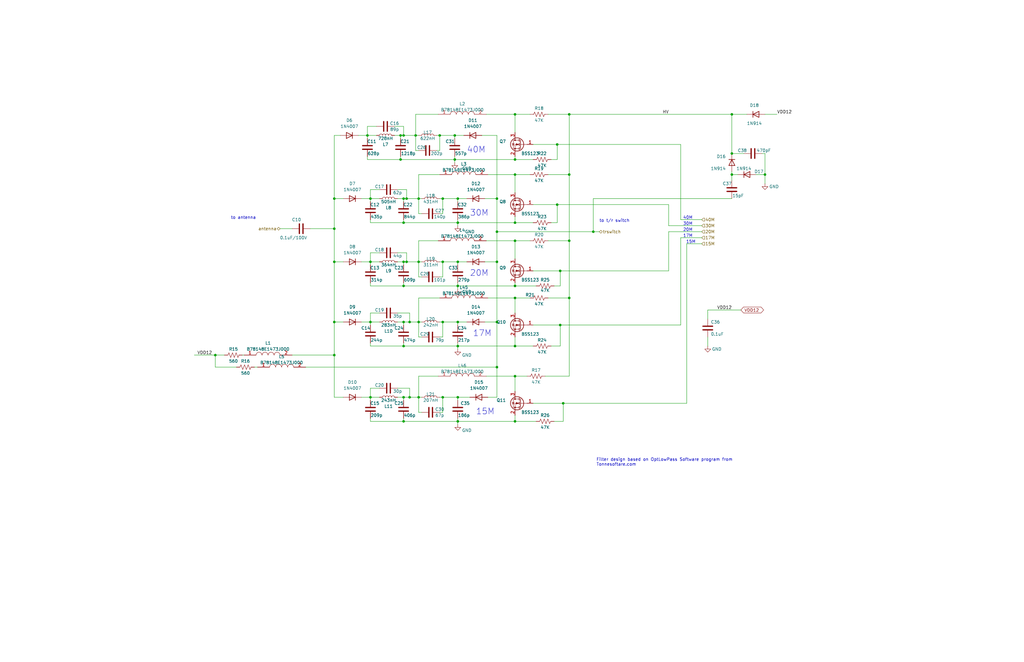
<source format=kicad_sch>
(kicad_sch (version 20230121) (generator eeschema)
  (paper "B")
  (junction (at 217.17 177.8))
  (junction (at 156.21 83.82))
  (junction (at 170.18 135.89))
  (junction (at 217.17 146.05))
  (junction (at 217.17 48.26))
  (junction (at 168.91 57.15))
  (junction (at 186.69 135.89))
  (junction (at 234.95 60.96))
  (junction (at 140.97 83.82))
  (junction (at 156.21 167.64))
  (junction (at 240.03 48.26))
  (junction (at 240.03 125.73))
  (junction (at 322.58 73.66))
  (junction (at 172.72 167.64))
  (junction (at 240.03 73.66))
  (junction (at 193.04 135.89))
  (junction (at 170.18 110.49))
  (junction (at 176.53 83.82))
  (junction (at 237.49 170.18))
  (junction (at 209.55 97.79))
  (junction (at 217.17 101.6))
  (junction (at 236.22 137.16))
  (junction (at 170.18 177.8))
  (junction (at 170.18 93.98))
  (junction (at 193.04 177.8))
  (junction (at 217.17 120.65))
  (junction (at 186.69 83.82))
  (junction (at 140.97 135.89))
  (junction (at 170.18 120.65))
  (junction (at 191.77 57.15))
  (junction (at 156.21 110.49))
  (junction (at 171.45 110.49))
  (junction (at 170.18 146.05))
  (junction (at 209.55 110.49))
  (junction (at 140.97 149.86))
  (junction (at 217.17 67.31))
  (junction (at 217.17 93.98))
  (junction (at 217.17 73.66))
  (junction (at 236.22 114.3))
  (junction (at 193.04 120.65))
  (junction (at 193.04 83.82))
  (junction (at 170.18 57.15))
  (junction (at 209.55 135.89))
  (junction (at 90.805 149.86))
  (junction (at 193.04 110.49))
  (junction (at 140.97 96.52))
  (junction (at 209.55 154.94))
  (junction (at 193.04 93.98))
  (junction (at 186.69 110.49))
  (junction (at 193.04 146.05))
  (junction (at 172.72 135.89))
  (junction (at 154.94 57.15))
  (junction (at 175.26 57.15))
  (junction (at 185.42 57.15))
  (junction (at 171.45 83.82))
  (junction (at 168.91 67.31))
  (junction (at 193.04 167.64))
  (junction (at 156.21 135.89))
  (junction (at 308.61 48.26))
  (junction (at 176.53 110.49))
  (junction (at 217.17 125.73))
  (junction (at 170.18 83.82))
  (junction (at 186.69 167.64))
  (junction (at 234.95 86.36))
  (junction (at 140.97 110.49))
  (junction (at 250.19 97.79))
  (junction (at 176.53 167.64))
  (junction (at 191.77 67.31))
  (junction (at 176.53 135.89))
  (junction (at 308.61 73.66))
  (junction (at 240.03 101.6))
  (junction (at 170.18 167.64))
  (junction (at 209.55 83.82))
  (junction (at 308.61 64.77))
  (junction (at 217.17 158.75))
  (wire (pts (xy 193.04 167.64) (xy 193.04 168.91)))
  (wire (pts (xy 118.11 96.52) (xy 123.19 96.52)))
  (wire (pts (xy 250.19 97.79) (xy 252.73 97.79)))
  (wire (pts (xy 191.77 57.15) (xy 195.58 57.15)))
  (wire (pts (xy 217.17 125.73) (xy 217.17 132.08)))
  (wire (pts (xy 185.42 116.84) (xy 186.69 116.84)))
  (wire (pts (xy 234.95 67.31) (xy 234.95 60.96)))
  (wire (pts (xy 140.97 167.64) (xy 144.78 167.64)))
  (wire (pts (xy 204.47 135.89) (xy 209.55 135.89)))
  (wire (pts (xy 298.45 142.24) (xy 298.45 146.05)))
  (wire (pts (xy 193.04 144.78) (xy 193.04 146.05)))
  (wire (pts (xy 170.18 120.65) (xy 193.04 120.65)))
  (wire (pts (xy 130.81 96.52) (xy 140.97 96.52)))
  (wire (pts (xy 154.94 57.15) (xy 154.94 58.42)))
  (wire (pts (xy 143.51 57.15) (xy 140.97 57.15)))
  (wire (pts (xy 160.02 110.49) (xy 156.21 110.49)))
  (wire (pts (xy 94.615 149.86) (xy 90.805 149.86)))
  (wire (pts (xy 170.18 135.89) (xy 167.64 135.89)))
  (wire (pts (xy 322.58 48.26) (xy 327.66 48.26)))
  (wire (pts (xy 232.41 146.05) (xy 236.22 146.05)))
  (wire (pts (xy 156.21 146.05) (xy 156.21 144.78)))
  (wire (pts (xy 186.69 135.89) (xy 185.42 135.89)))
  (wire (pts (xy 176.53 73.66) (xy 176.53 83.82)))
  (wire (pts (xy 250.19 83.82) (xy 250.19 97.79)))
  (wire (pts (xy 175.26 63.5) (xy 175.26 57.15)))
  (wire (pts (xy 177.8 83.82) (xy 176.53 83.82)))
  (wire (pts (xy 217.17 120.65) (xy 193.04 120.65)))
  (wire (pts (xy 176.53 57.15) (xy 175.26 57.15)))
  (wire (pts (xy 154.94 67.31) (xy 154.94 66.04)))
  (wire (pts (xy 209.55 97.79) (xy 250.19 97.79)))
  (wire (pts (xy 308.61 73.66) (xy 308.61 76.2)))
  (wire (pts (xy 156.21 106.68) (xy 156.21 110.49)))
  (wire (pts (xy 81.915 149.86) (xy 90.805 149.86)))
  (wire (pts (xy 170.18 167.64) (xy 167.64 167.64)))
  (wire (pts (xy 171.45 80.01) (xy 171.45 83.82)))
  (wire (pts (xy 209.55 97.79) (xy 209.55 110.49)))
  (wire (pts (xy 233.68 177.8) (xy 237.49 177.8)))
  (wire (pts (xy 154.94 53.34) (xy 158.75 53.34)))
  (wire (pts (xy 217.17 177.8) (xy 193.04 177.8)))
  (wire (pts (xy 217.17 93.98) (xy 193.04 93.98)))
  (wire (pts (xy 170.18 135.89) (xy 170.18 137.16)))
  (wire (pts (xy 209.55 154.94) (xy 209.55 167.64)))
  (wire (pts (xy 209.55 167.64) (xy 205.74 167.64)))
  (wire (pts (xy 176.53 142.24) (xy 176.53 135.89)))
  (wire (pts (xy 176.53 173.99) (xy 176.53 167.64)))
  (wire (pts (xy 236.22 137.16) (xy 224.79 137.16)))
  (wire (pts (xy 170.18 57.15) (xy 168.91 57.15)))
  (wire (pts (xy 322.58 73.66) (xy 322.58 77.47)))
  (wire (pts (xy 298.45 130.81) (xy 312.42 130.81)))
  (wire (pts (xy 175.26 48.26) (xy 175.26 57.15)))
  (wire (pts (xy 193.04 135.89) (xy 196.85 135.89)))
  (wire (pts (xy 240.03 48.26) (xy 240.03 73.66)))
  (wire (pts (xy 185.42 63.5) (xy 185.42 57.15)))
  (wire (pts (xy 140.97 83.82) (xy 140.97 96.52)))
  (wire (pts (xy 314.96 48.26) (xy 308.61 48.26)))
  (wire (pts (xy 170.18 176.53) (xy 170.18 177.8)))
  (wire (pts (xy 156.21 177.8) (xy 156.21 176.53)))
  (wire (pts (xy 193.04 119.38) (xy 193.04 120.65)))
  (wire (pts (xy 185.42 142.24) (xy 186.69 142.24)))
  (wire (pts (xy 177.8 135.89) (xy 176.53 135.89)))
  (wire (pts (xy 156.21 93.98) (xy 156.21 92.71)))
  (wire (pts (xy 160.02 135.89) (xy 156.21 135.89)))
  (wire (pts (xy 308.61 72.39) (xy 308.61 73.66)))
  (wire (pts (xy 240.03 73.66) (xy 240.03 101.6)))
  (wire (pts (xy 231.14 73.66) (xy 240.03 73.66)))
  (wire (pts (xy 186.69 110.49) (xy 185.42 110.49)))
  (wire (pts (xy 156.21 80.01) (xy 156.21 83.82)))
  (wire (pts (xy 176.53 125.73) (xy 176.53 135.89)))
  (wire (pts (xy 234.95 86.36) (xy 224.79 86.36)))
  (wire (pts (xy 167.64 132.08) (xy 172.72 132.08)))
  (wire (pts (xy 176.53 73.66) (xy 185.42 73.66)))
  (wire (pts (xy 170.18 92.71) (xy 170.18 93.98)))
  (wire (pts (xy 140.97 149.86) (xy 140.97 167.64)))
  (wire (pts (xy 231.14 101.6) (xy 240.03 101.6)))
  (wire (pts (xy 156.21 163.83) (xy 156.21 167.64)))
  (wire (pts (xy 160.02 167.64) (xy 156.21 167.64)))
  (wire (pts (xy 205.105 158.75) (xy 217.17 158.75)))
  (wire (pts (xy 209.55 110.49) (xy 209.55 135.89)))
  (wire (pts (xy 102.235 149.86) (xy 102.87 149.86)))
  (wire (pts (xy 193.04 176.53) (xy 193.04 177.8)))
  (wire (pts (xy 318.77 73.66) (xy 322.58 73.66)))
  (wire (pts (xy 193.04 83.82) (xy 186.69 83.82)))
  (wire (pts (xy 176.53 167.64) (xy 172.72 167.64)))
  (wire (pts (xy 177.8 116.84) (xy 176.53 116.84)))
  (wire (pts (xy 217.17 73.66) (xy 217.17 81.28)))
  (wire (pts (xy 140.97 96.52) (xy 140.97 110.49)))
  (wire (pts (xy 217.17 66.04) (xy 217.17 67.31)))
  (wire (pts (xy 128.905 154.94) (xy 209.55 154.94)))
  (wire (pts (xy 168.91 57.15) (xy 166.37 57.15)))
  (wire (pts (xy 193.04 83.82) (xy 193.04 85.09)))
  (wire (pts (xy 231.14 48.26) (xy 240.03 48.26)))
  (wire (pts (xy 217.17 158.75) (xy 217.17 165.1)))
  (wire (pts (xy 322.58 64.77) (xy 322.58 73.66)))
  (wire (pts (xy 177.8 173.99) (xy 176.53 173.99)))
  (wire (pts (xy 167.64 80.01) (xy 171.45 80.01)))
  (wire (pts (xy 191.77 57.15) (xy 185.42 57.15)))
  (wire (pts (xy 171.45 83.82) (xy 170.18 83.82)))
  (wire (pts (xy 236.22 120.65) (xy 236.22 114.3)))
  (wire (pts (xy 170.18 146.05) (xy 156.21 146.05)))
  (wire (pts (xy 168.91 57.15) (xy 168.91 58.42)))
  (wire (pts (xy 90.805 154.94) (xy 99.695 154.94)))
  (wire (pts (xy 156.21 167.64) (xy 156.21 168.91)))
  (wire (pts (xy 217.17 146.05) (xy 224.79 146.05)))
  (wire (pts (xy 209.55 83.82) (xy 209.55 97.79)))
  (wire (pts (xy 176.53 63.5) (xy 175.26 63.5)))
  (wire (pts (xy 170.18 93.98) (xy 193.04 93.98)))
  (wire (pts (xy 191.77 66.04) (xy 191.77 67.31)))
  (wire (pts (xy 151.13 57.15) (xy 154.94 57.15)))
  (wire (pts (xy 281.94 86.36) (xy 234.95 86.36)))
  (wire (pts (xy 185.42 173.99) (xy 186.69 173.99)))
  (wire (pts (xy 281.94 95.25) (xy 281.94 86.36)))
  (wire (pts (xy 233.68 120.65) (xy 236.22 120.65)))
  (wire (pts (xy 168.91 66.04) (xy 168.91 67.31)))
  (wire (pts (xy 240.03 125.73) (xy 240.03 158.75)))
  (wire (pts (xy 281.94 97.79) (xy 281.94 114.3)))
  (wire (pts (xy 217.17 125.73) (xy 223.52 125.73)))
  (wire (pts (xy 234.95 93.98) (xy 234.95 86.36)))
  (wire (pts (xy 172.72 135.89) (xy 170.18 135.89)))
  (wire (pts (xy 311.15 73.66) (xy 308.61 73.66)))
  (wire (pts (xy 186.69 142.24) (xy 186.69 135.89)))
  (wire (pts (xy 193.04 110.49) (xy 186.69 110.49)))
  (wire (pts (xy 140.97 83.82) (xy 144.78 83.82)))
  (wire (pts (xy 176.53 83.82) (xy 171.45 83.82)))
  (wire (pts (xy 170.18 167.64) (xy 170.18 168.91)))
  (wire (pts (xy 217.17 101.6) (xy 223.52 101.6)))
  (wire (pts (xy 168.91 67.31) (xy 154.94 67.31)))
  (wire (pts (xy 289.56 170.18) (xy 237.49 170.18)))
  (wire (pts (xy 193.04 110.49) (xy 196.85 110.49)))
  (wire (pts (xy 287.02 92.71) (xy 287.02 60.96)))
  (wire (pts (xy 209.55 57.15) (xy 209.55 83.82)))
  (wire (pts (xy 193.04 167.64) (xy 186.69 167.64)))
  (wire (pts (xy 184.15 63.5) (xy 185.42 63.5)))
  (wire (pts (xy 217.17 175.26) (xy 217.17 177.8)))
  (wire (pts (xy 170.18 110.49) (xy 170.18 111.76)))
  (wire (pts (xy 152.4 167.64) (xy 156.21 167.64)))
  (wire (pts (xy 287.02 100.33) (xy 287.02 137.16)))
  (wire (pts (xy 185.42 90.17) (xy 186.69 90.17)))
  (wire (pts (xy 176.53 101.6) (xy 176.53 110.49)))
  (wire (pts (xy 204.47 83.82) (xy 209.55 83.82)))
  (wire (pts (xy 170.18 93.98) (xy 156.21 93.98)))
  (wire (pts (xy 240.03 158.75) (xy 229.87 158.75)))
  (wire (pts (xy 156.21 163.83) (xy 160.02 163.83)))
  (wire (pts (xy 156.21 110.49) (xy 156.21 111.76)))
  (wire (pts (xy 308.61 64.77) (xy 313.69 64.77)))
  (wire (pts (xy 193.04 135.89) (xy 186.69 135.89)))
  (wire (pts (xy 140.97 57.15) (xy 140.97 83.82)))
  (wire (pts (xy 287.02 60.96) (xy 234.95 60.96)))
  (wire (pts (xy 295.91 100.33) (xy 287.02 100.33)))
  (wire (pts (xy 156.21 120.65) (xy 156.21 119.38)))
  (wire (pts (xy 186.69 173.99) (xy 186.69 167.64)))
  (wire (pts (xy 295.91 95.25) (xy 281.94 95.25)))
  (wire (pts (xy 123.19 149.86) (xy 140.97 149.86)))
  (wire (pts (xy 203.2 57.15) (xy 209.55 57.15)))
  (wire (pts (xy 152.4 110.49) (xy 156.21 110.49)))
  (wire (pts (xy 295.91 102.87) (xy 289.56 102.87)))
  (wire (pts (xy 152.4 135.89) (xy 156.21 135.89)))
  (wire (pts (xy 217.17 146.05) (xy 193.04 146.05)))
  (wire (pts (xy 158.75 57.15) (xy 154.94 57.15)))
  (wire (pts (xy 193.04 177.8) (xy 193.04 179.07)))
  (wire (pts (xy 191.77 57.15) (xy 191.77 58.42)))
  (wire (pts (xy 217.17 120.65) (xy 226.06 120.65)))
  (wire (pts (xy 140.97 135.89) (xy 140.97 149.86)))
  (wire (pts (xy 156.21 132.08) (xy 160.02 132.08)))
  (wire (pts (xy 184.785 48.26) (xy 175.26 48.26)))
  (wire (pts (xy 193.04 92.71) (xy 193.04 93.98)))
  (wire (pts (xy 308.61 48.26) (xy 308.61 64.77)))
  (wire (pts (xy 170.18 83.82) (xy 167.64 83.82)))
  (wire (pts (xy 185.42 57.15) (xy 184.15 57.15)))
  (wire (pts (xy 186.69 83.82) (xy 185.42 83.82)))
  (wire (pts (xy 205.74 125.73) (xy 217.17 125.73)))
  (wire (pts (xy 240.03 101.6) (xy 240.03 125.73)))
  (wire (pts (xy 217.17 48.26) (xy 223.52 48.26)))
  (wire (pts (xy 171.45 110.49) (xy 170.18 110.49)))
  (wire (pts (xy 193.04 135.89) (xy 193.04 137.16)))
  (wire (pts (xy 170.18 146.05) (xy 193.04 146.05)))
  (wire (pts (xy 167.64 106.68) (xy 171.45 106.68)))
  (wire (pts (xy 177.8 142.24) (xy 176.53 142.24)))
  (wire (pts (xy 160.02 83.82) (xy 156.21 83.82)))
  (wire (pts (xy 205.105 101.6) (xy 217.17 101.6)))
  (wire (pts (xy 217.17 73.66) (xy 223.52 73.66)))
  (wire (pts (xy 281.94 114.3) (xy 236.22 114.3)))
  (wire (pts (xy 240.03 48.26) (xy 308.61 48.26)))
  (wire (pts (xy 170.18 119.38) (xy 170.18 120.65)))
  (wire (pts (xy 186.69 167.64) (xy 185.42 167.64)))
  (wire (pts (xy 177.8 167.64) (xy 176.53 167.64)))
  (wire (pts (xy 172.72 132.08) (xy 172.72 135.89)))
  (wire (pts (xy 167.64 163.83) (xy 172.72 163.83)))
  (wire (pts (xy 172.72 163.83) (xy 172.72 167.64)))
  (wire (pts (xy 193.04 167.64) (xy 198.12 167.64)))
  (wire (pts (xy 176.53 116.84) (xy 176.53 110.49)))
  (wire (pts (xy 170.18 120.65) (xy 156.21 120.65)))
  (wire (pts (xy 321.31 64.77) (xy 322.58 64.77)))
  (wire (pts (xy 170.18 144.78) (xy 170.18 146.05)))
  (wire (pts (xy 193.04 146.05) (xy 193.04 147.32)))
  (wire (pts (xy 177.8 90.17) (xy 176.53 90.17)))
  (wire (pts (xy 171.45 106.68) (xy 171.45 110.49)))
  (wire (pts (xy 237.49 170.18) (xy 224.79 170.18)))
  (wire (pts (xy 176.53 101.6) (xy 184.785 101.6)))
  (wire (pts (xy 217.17 119.38) (xy 217.17 120.65)))
  (wire (pts (xy 156.21 106.68) (xy 160.02 106.68)))
  (wire (pts (xy 237.49 177.8) (xy 237.49 170.18)))
  (wire (pts (xy 170.18 110.49) (xy 167.64 110.49)))
  (wire (pts (xy 186.69 116.84) (xy 186.69 110.49)))
  (wire (pts (xy 217.17 67.31) (xy 224.79 67.31)))
  (wire (pts (xy 295.91 92.71) (xy 287.02 92.71)))
  (wire (pts (xy 170.18 53.34) (xy 170.18 57.15)))
  (wire (pts (xy 209.55 135.89) (xy 209.55 154.94)))
  (wire (pts (xy 140.97 135.89) (xy 144.78 135.89)))
  (wire (pts (xy 193.04 83.82) (xy 196.85 83.82)))
  (wire (pts (xy 289.56 102.87) (xy 289.56 170.18)))
  (wire (pts (xy 217.17 91.44) (xy 217.17 93.98)))
  (wire (pts (xy 232.41 93.98) (xy 234.95 93.98)))
  (wire (pts (xy 193.04 110.49) (xy 193.04 111.76)))
  (wire (pts (xy 140.97 110.49) (xy 140.97 135.89)))
  (wire (pts (xy 298.45 130.81) (xy 298.45 134.62)))
  (wire (pts (xy 186.69 90.17) (xy 186.69 83.82)))
  (wire (pts (xy 193.04 93.98) (xy 193.04 95.25)))
  (wire (pts (xy 287.02 137.16) (xy 236.22 137.16)))
  (wire (pts (xy 217.17 142.24) (xy 217.17 146.05)))
  (wire (pts (xy 156.21 83.82) (xy 156.21 85.09)))
  (wire (pts (xy 217.17 177.8) (xy 226.06 177.8)))
  (wire (pts (xy 217.17 67.31) (xy 191.77 67.31)))
  (wire (pts (xy 232.41 67.31) (xy 234.95 67.31)))
  (wire (pts (xy 176.53 125.73) (xy 185.42 125.73)))
  (wire (pts (xy 170.18 83.82) (xy 170.18 85.09)))
  (wire (pts (xy 176.53 110.49) (xy 171.45 110.49)))
  (wire (pts (xy 170.18 177.8) (xy 193.04 177.8)))
  (wire (pts (xy 170.18 177.8) (xy 156.21 177.8)))
  (wire (pts (xy 177.8 110.49) (xy 176.53 110.49)))
  (wire (pts (xy 295.91 97.79) (xy 281.94 97.79)))
  (wire (pts (xy 172.72 167.64) (xy 170.18 167.64)))
  (wire (pts (xy 176.53 90.17) (xy 176.53 83.82)))
  (wire (pts (xy 156.21 135.89) (xy 156.21 137.16)))
  (wire (pts (xy 193.04 120.65) (xy 193.04 121.92)))
  (wire (pts (xy 191.77 67.31) (xy 191.77 68.58)))
  (wire (pts (xy 217.17 101.6) (xy 217.17 109.22)))
  (wire (pts (xy 154.94 53.34) (xy 154.94 57.15)))
  (wire (pts (xy 205.74 73.66) (xy 217.17 73.66)))
  (wire (pts (xy 176.53 135.89) (xy 172.72 135.89)))
  (wire (pts (xy 236.22 114.3) (xy 224.79 114.3)))
  (wire (pts (xy 152.4 83.82) (xy 156.21 83.82)))
  (wire (pts (xy 175.26 57.15) (xy 170.18 57.15)))
  (wire (pts (xy 168.91 67.31) (xy 191.77 67.31)))
  (wire (pts (xy 90.805 149.86) (xy 90.805 154.94)))
  (wire (pts (xy 217.17 93.98) (xy 224.79 93.98)))
  (wire (pts (xy 176.53 158.75) (xy 184.785 158.75)))
  (wire (pts (xy 176.53 158.75) (xy 176.53 167.64)))
  (wire (pts (xy 236.22 146.05) (xy 236.22 137.16)))
  (wire (pts (xy 234.95 60.96) (xy 224.79 60.96)))
  (wire (pts (xy 156.21 132.08) (xy 156.21 135.89)))
  (wire (pts (xy 308.61 83.82) (xy 250.19 83.82)))
  (wire (pts (xy 217.17 55.88) (xy 217.17 48.26)))
  (wire (pts (xy 231.14 125.73) (xy 240.03 125.73)))
  (wire (pts (xy 156.21 80.01) (xy 160.02 80.01)))
  (wire (pts (xy 217.17 48.26) (xy 205.105 48.26)))
  (wire (pts (xy 166.37 53.34) (xy 170.18 53.34)))
  (wire (pts (xy 107.315 154.94) (xy 108.585 154.94)))
  (wire (pts (xy 204.47 110.49) (xy 209.55 110.49)))
  (wire (pts (xy 140.97 110.49) (xy 144.78 110.49)))
  (wire (pts (xy 217.17 158.75) (xy 222.25 158.75)))
  (text "15M" (at 293.37 102.87 0) (effects (font (size 1.27 1.27)) (justify right bottom)))
  (text "20M" (at 198.12 116.84 0) (effects (font (size 2.54 2.54)) (justify left bottom)))
  (text "15M" (at 200.66 175.26 0) (effects (font (size 2.54 2.54)) (justify left bottom)))
  (text "to t/r switch" (at 252.73 93.98 0) (effects (font (size 1.27 1.27)) (justify left bottom)))
  (text "to antenna" (at 107.95 92.71 0) (effects (font (size 1.27 1.27)) (justify right bottom)))
  (text "40M" (at 292.1 92.71 0) (effects (font (size 1.27 1.27)) (justify right bottom)))
  (text "17M" (at 199.39 142.24 0) (effects (font (size 2.54 2.54)) (justify left bottom)))
  (text "20M" (at 292.1 97.79 0) (effects (font (size 1.27 1.27)) (justify right bottom)))
  (text "30M" (at 198.12 91.44 0) (effects (font (size 2.54 2.54)) (justify left bottom)))
  (text "17M" (at 292.1 100.33 0) (effects (font (size 1.27 1.27)) (justify right bottom)))
  (text "40M" (at 196.85 64.77 0) (effects (font (size 2.54 2.54)) (justify left bottom)))
  (text "30M" (at 292.1 95.25 0) (effects (font (size 1.27 1.27)) (justify right bottom)))
  (text "Filter design based on OptLowPass Software program from\nTonnesoftare.com" (at 251.46 196.85 0) (effects (font (size 1.27 1.27)) (justify left bottom)))
  (label "VDD12" (at 327.66 48.26 0))
  (label "VDD12" (at 83.185 149.86 0))
  (label "VDD12" (at 308.61 130.81 180))
  (label "HV" (at 279.4 48.26 0))
  (global_label "VDD12" (shape bidirectional) (at 312.42 130.81 0) (property "Intersheetrefs" "${INTERSHEET_REFS}" (at 322.5641 130.81 0) (effects (justify left))))
  (hierarchical_label "40M" (shape input) (at 295.91 92.71 0))
  (hierarchical_label "17M" (shape input) (at 295.91 100.33 0))
  (hierarchical_label "20M" (shape input) (at 295.91 97.79 0))
  (hierarchical_label "30M" (shape input) (at 295.91 95.25 0))
  (hierarchical_label "trswitch" (shape bidirectional) (at 252.73 97.79 0))
  (hierarchical_label "15M" (shape input) (at 295.91 102.87 0))
  (hierarchical_label "antenna" (shape bidirectional) (at 118.11 96.52 180))
  (symbol (lib_id "Diode:1N4007") (at 148.59 135.89 180) (unit 1)
    (property "Reference" "D9" (at 148.59 129.54 0))
    (property "Value" "1N4007" (at 148.59 132.08 0))
    (property "Footprint" "Diode_THT:D_DO-41_SOD81_P10.16mm_Horizontal" (effects hide))
    (property "Datasheet" "http://www.vishay.com/docs/88503/1n4001.pdf" (effects hide))
    (property "Sim.Device" "D" (effects hide))
    (property "Sim.Pins" "1=K 2=A" (effects hide))
    (instances (project "fieldRadio_1.1" (path "" (reference "D9") (unit 1))) (project "optLowPass" (path "" (reference "D5") (unit 1))))
  )
  (symbol (lib_id "SamacSys_Parts:B78148E1473J000") (at 108.585 154.94 0) (unit 1)
    (property "Reference" "L5" (at 118.745 150.495 0))
    (property "Value" "B78148E1473J000" (at 118.745 153.035 0))
    (property "Footprint" "B78148E" (effects hide))
    (property "Datasheet" "https://product.tdk.com/system/files/dam/doc/product/inductor/inductor/lead/data_sheet/30/ds/b78108_148e.pdf" (effects hide))
    (property "Description" "Leaded Inductors (Leaded Coils), L=47uH  Rated Current=0.95A, Radial DxL:4mmx9.5mm" (effects hide))
    (property "Mouser Part Number" "871-B78148E1473J000" (effects hide))
    (property "Mouser Price/Stock" "https://www.mouser.co.uk/ProductDetail/EPCOS-TDK/B78148E1473J000?qs=eVuN9SfsQ7TbgaB2%2F8UGtw%3D%3D" (effects hide))
    (property "Manufacturer_Name" "TDK" (effects hide))
    (property "Manufacturer_Part_Number" "B78148E1473J000" (effects hide))
  )
  (symbol (lib_id "Device:Q_NMOS_GSD") (at 219.71 137.16 0) (mirror y) (unit 1)
    (property "Reference" "Q10" (at 213.36 135.89 0) (effects (justify left)))
    (property "Value" "BSS123" (at 227.33 140.97 0) (effects (justify left)))
    (property "Footprint" "Package_TO_SOT_SMD:SOT-23-3" (effects hide))
    (instances (project "fieldRadio_1.1" (path "" (reference "Q10") (unit 1))) (project "optLowPass" (path "" (reference "Q4") (unit 1))))
  )
  (symbol (lib_id "Device:L") (at 181.61 83.82 270) (mirror x) (unit 1)
    (property "Reference" "L18" (at 181.61 82.55 90))
    (property "Value" "431nH" (at 181.61 85.09 90))
    (property "Footprint" "Inductor_THT:L_Toroid_Vertical_L13.0mm_W6.5mm_P5.60mm" (effects hide))
    (instances (project "fieldRadio_1.1" (path "" (reference "L18") (unit 1))) (project "optLowPass" (path "" (reference "L5") (unit 1))))
  )
  (symbol (lib_id "Device:R_US") (at 226.06 158.75 90) (unit 1)
    (property "Reference" "R17" (at 226.06 156.21 90))
    (property "Value" "47K" (at 226.06 161.29 90))
    (property "Footprint" "Resistor_SMD:R_0603_1608Metric_Pad0.98x0.95mm_HandSolder" (effects hide))
    (instances (project "fieldRadio_1.1" (path "" (reference "R17") (unit 1))) (project "optLowPass" (path "" (reference "R5") (unit 1))))
  )
  (symbol (lib_id "Diode:1N4007") (at 201.93 167.64 0) (unit 1)
    (property "Reference" "D15" (at 201.93 161.29 0))
    (property "Value" "1N4007" (at 201.93 163.83 0))
    (property "Footprint" "Diode_THT:D_DO-41_SOD81_P10.16mm_Horizontal" (effects hide))
    (property "Datasheet" "http://www.vishay.com/docs/88503/1n4001.pdf" (effects hide))
    (property "Sim.Device" "D" (effects hide))
    (property "Sim.Pins" "1=K 2=A" (effects hide))
    (instances (project "fieldRadio_1.1" (path "" (reference "D15") (unit 1))) (project "optLowPass" (path "" (reference "D10") (unit 1))))
  )
  (symbol (lib_id "Device:Q_NMOS_GSD") (at 219.71 114.3 0) (mirror y) (unit 1)
    (property "Reference" "Q9" (at 213.36 113.03 0) (effects (justify left)))
    (property "Value" "BSS123" (at 227.33 118.11 0) (effects (justify left)))
    (property "Footprint" "Package_TO_SOT_SMD:SOT-23-3" (effects hide))
    (instances (project "fieldRadio_1.1" (path "" (reference "Q9") (unit 1))) (project "optLowPass" (path "" (reference "Q3") (unit 1))))
  )
  (symbol (lib_id "power:GND") (at 191.77 68.58 0) (mirror y) (unit 1)
    (property "Reference" "#PWR013" (effects hide))
    (property "Value" "GND" (at 196.85 71.12 0))
    (instances (project "fieldRadio_1.1" (path "" (reference "#PWR013") (unit 1))) (project "optLowPass" (path "" (reference "#PWR01") (unit 1))))
  )
  (symbol (lib_id "SamacSys_Parts:B78148E1473J000") (at 184.785 48.26 0) (unit 1)
    (property "Reference" "L2" (at 194.945 43.815 0))
    (property "Value" "B78148E1473J000" (at 194.945 46.355 0))
    (property "Footprint" "B78148E" (effects hide))
    (property "Datasheet" "https://product.tdk.com/system/files/dam/doc/product/inductor/inductor/lead/data_sheet/30/ds/b78108_148e.pdf" (effects hide))
    (property "Description" "Leaded Inductors (Leaded Coils), L=47uH  Rated Current=0.95A, Radial DxL:4mmx9.5mm" (effects hide))
    (property "Mouser Part Number" "871-B78148E1473J000" (effects hide))
    (property "Mouser Price/Stock" "https://www.mouser.co.uk/ProductDetail/EPCOS-TDK/B78148E1473J000?qs=eVuN9SfsQ7TbgaB2%2F8UGtw%3D%3D" (effects hide))
    (property "Manufacturer_Name" "TDK" (effects hide))
    (property "Manufacturer_Part_Number" "B78148E1473J000" (effects hide))
  )
  (symbol (lib_id "Device:C") (at 163.83 80.01 270) (mirror x) (unit 1)
    (property "Reference" "C17" (at 160.02 78.74 90))
    (property "Value" "62p" (at 167.64 81.28 90))
    (property "Footprint" "Capacitor_SMD:C_1206_3216Metric_Pad1.33x1.80mm_HandSolder" (effects hide))
    (instances (project "fieldRadio_1.1" (path "" (reference "C17") (unit 1))) (project "optLowPass" (path "" (reference "C38") (unit 1))))
  )
  (symbol (lib_id "power:GND") (at 193.04 95.25 0) (mirror y) (unit 1)
    (property "Reference" "#PWR014" (effects hide))
    (property "Value" "GND" (at 198.12 97.79 0))
    (instances (project "fieldRadio_1.1" (path "" (reference "#PWR014") (unit 1))) (project "optLowPass" (path "" (reference "#PWR02") (unit 1))))
  )
  (symbol (lib_id "Device:C") (at 308.61 80.01 0) (mirror y) (unit 1)
    (property "Reference" "C37" (at 308.61 77.47 0) (effects (justify left)))
    (property "Value" "15pF" (at 313.69 82.55 0) (effects (justify left)))
    (property "Footprint" "Capacitor_THT:C_Disc_D4.3mm_W1.9mm_P5.00mm" (effects hide))
    (instances (project "fieldRadio_1.1" (path "" (reference "C37") (unit 1))) (project "optLowPass" (path "" (reference "C2") (unit 1))))
  )
  (symbol (lib_id "Device:R_US") (at 229.87 120.65 90) (unit 1)
    (property "Reference" "R25" (at 229.87 118.11 90))
    (property "Value" "47K" (at 229.87 122.555 90))
    (property "Footprint" "Resistor_SMD:R_0603_1608Metric_Pad0.98x0.95mm_HandSolder" (effects hide))
    (instances (project "fieldRadio_1.1" (path "" (reference "R25") (unit 1))) (project "optLowPass" (path "" (reference "R11") (unit 1))))
  )
  (symbol (lib_id "Device:C") (at 180.34 63.5 270) (mirror x) (unit 1)
    (property "Reference" "C26" (at 177.8 62.23 90))
    (property "Value" "202p" (at 184.15 64.77 90))
    (property "Footprint" "Capacitor_SMD:C_1206_3216Metric_Pad1.33x1.80mm_HandSolder" (effects hide))
    (instances (project "fieldRadio_1.1" (path "" (reference "C26") (unit 1))) (project "optLowPass" (path "" (reference "C10") (unit 1))))
  )
  (symbol (lib_id "Device:C") (at 156.21 115.57 0) (mirror y) (unit 1)
    (property "Reference" "C13" (at 160.02 113.03 0) (effects (justify left)))
    (property "Value" "314p" (at 161.29 118.11 0) (effects (justify left)))
    (property "Footprint" "Capacitor_SMD:C_1206_3216Metric_Pad1.33x1.80mm_HandSolder" (effects hide))
    (instances (project "fieldRadio_1.1" (path "" (reference "C13") (unit 1))) (project "optLowPass" (path "" (reference "C6") (unit 1))))
  )
  (symbol (lib_id "Device:C") (at 127 96.52 90) (mirror x) (unit 1)
    (property "Reference" "C10" (at 127 92.71 90) (effects (justify left)))
    (property "Value" "0.1uF/100V" (at 129.54 100.33 90) (effects (justify left)))
    (property "Footprint" "Capacitor_THT:C_Disc_D4.3mm_W1.9mm_P5.00mm" (effects hide))
    (instances (project "fieldRadio_1.1" (path "" (reference "C10") (unit 1))) (project "optLowPass" (path "" (reference "C1") (unit 1))))
  )
  (symbol (lib_id "power:GND") (at 322.58 77.47 0) (mirror y) (unit 1)
    (property "Reference" "#PWR019" (effects hide))
    (property "Value" "GND" (at 326.39 78.74 0))
    (instances (project "fieldRadio_1.1" (path "" (reference "#PWR019") (unit 1))) (project "optLowPass" (path "" (reference "#PWR011") (unit 1))))
  )
  (symbol (lib_id "Device:C") (at 193.04 172.72 0) (mirror y) (unit 1)
    (property "Reference" "C35" (at 198.12 170.18 0) (effects (justify left)))
    (property "Value" "186p" (at 198.12 175.26 0) (effects (justify left)))
    (property "Footprint" "Capacitor_SMD:C_1206_3216Metric_Pad1.33x1.80mm_HandSolder" (effects hide))
    (instances (project "fieldRadio_1.1" (path "" (reference "C35") (unit 1))) (project "optLowPass" (path "" (reference "C56") (unit 1))))
  )
  (symbol (lib_id "Device:R_US") (at 227.33 125.73 90) (unit 1)
    (property "Reference" "R21" (at 223.52 124.46 90))
    (property "Value" "47K" (at 227.33 128.27 90))
    (property "Footprint" "Resistor_SMD:R_0603_1608Metric_Pad0.98x0.95mm_HandSolder" (effects hide))
    (instances (project "fieldRadio_1.1" (path "" (reference "R21") (unit 1))) (project "optLowPass" (path "" (reference "R4") (unit 1))))
  )
  (symbol (lib_id "Device:C") (at 170.18 172.72 0) (mirror y) (unit 1)
    (property "Reference" "C25" (at 170.18 170.18 0) (effects (justify left)))
    (property "Value" "406p" (at 175.26 175.26 0) (effects (justify left)))
    (property "Footprint" "Capacitor_SMD:C_1206_3216Metric_Pad1.33x1.80mm_HandSolder" (effects hide))
    (instances (project "fieldRadio_1.1" (path "" (reference "C25") (unit 1))) (project "optLowPass" (path "" (reference "C54") (unit 1))))
  )
  (symbol (lib_id "Device:Q_NMOS_GSD") (at 219.71 60.96 0) (mirror y) (unit 1)
    (property "Reference" "Q7" (at 213.36 59.69 0) (effects (justify left)))
    (property "Value" "BSS123" (at 227.33 64.77 0) (effects (justify left)))
    (property "Footprint" "Package_TO_SOT_SMD:SOT-23-3" (effects hide))
    (instances (project "fieldRadio_1.1" (path "" (reference "Q7") (unit 1))) (project "optLowPass" (path "" (reference "Q1") (unit 1))))
  )
  (symbol (lib_id "Device:C") (at 156.21 140.97 0) (mirror y) (unit 1)
    (property "Reference" "C14" (at 156.21 138.43 0) (effects (justify left)))
    (property "Value" "244p" (at 161.29 143.51 0) (effects (justify left)))
    (property "Footprint" "Capacitor_SMD:C_1206_3216Metric_Pad1.33x1.80mm_HandSolder" (effects hide))
    (instances (project "fieldRadio_1.1" (path "" (reference "C14") (unit 1))) (project "optLowPass" (path "" (reference "C47") (unit 1))))
  )
  (symbol (lib_id "Device:C") (at 317.5 64.77 90) (mirror x) (unit 1)
    (property "Reference" "C38" (at 314.96 63.5 90) (effects (justify left)))
    (property "Value" "470pF" (at 325.12 63.5 90) (effects (justify left)))
    (property "Footprint" "Capacitor_THT:C_Disc_D4.3mm_W1.9mm_P5.00mm" (effects hide))
    (instances (project "fieldRadio_1.1" (path "" (reference "C38") (unit 1))) (project "optLowPass" (path "" (reference "C3") (unit 1))))
  )
  (symbol (lib_id "Device:Q_NMOS_GSD") (at 219.71 170.18 0) (mirror y) (unit 1)
    (property "Reference" "Q11" (at 213.36 168.91 0) (effects (justify left)))
    (property "Value" "BSS123" (at 227.33 173.99 0) (effects (justify left)))
    (property "Footprint" "Package_TO_SOT_SMD:SOT-23-3" (effects hide))
    (instances (project "fieldRadio_1.1" (path "" (reference "Q11") (unit 1))) (project "optLowPass" (path "" (reference "Q5") (unit 1))))
  )
  (symbol (lib_id "Diode:1N914") (at 314.96 73.66 0) (unit 1)
    (property "Reference" "D17" (at 320.04 72.39 0))
    (property "Value" "1N914" (at 313.69 71.12 0))
    (property "Footprint" "Diode_THT:D_DO-35_SOD27_P7.62mm_Horizontal" (effects hide))
    (property "Datasheet" "http://www.vishay.com/docs/85622/1n914.pdf" (effects hide))
    (property "Sim.Device" "D" (effects hide))
    (property "Sim.Pins" "1=K 2=A" (effects hide))
    (instances (project "fieldRadio_1.1" (path "" (reference "D17") (unit 1))) (project "optLowPass" (path "" (reference "D11") (unit 1))))
  )
  (symbol (lib_id "Device:C") (at 181.61 90.17 270) (mirror x) (unit 1)
    (property "Reference" "C27" (at 185.42 88.9 90))
    (property "Value" "140p" (at 185.42 91.44 90))
    (property "Footprint" "Capacitor_SMD:C_1206_3216Metric_Pad1.33x1.80mm_HandSolder" (effects hide))
    (instances (project "fieldRadio_1.1" (path "" (reference "C27") (unit 1))) (project "optLowPass" (path "" (reference "C40") (unit 1))))
  )
  (symbol (lib_id "Device:C") (at 163.83 106.68 270) (mirror x) (unit 1)
    (property "Reference" "C18" (at 160.02 105.41 90))
    (property "Value" "44p" (at 167.64 107.95 90))
    (property "Footprint" "Capacitor_SMD:C_1206_3216Metric_Pad1.33x1.80mm_HandSolder" (effects hide))
  )
  (symbol (lib_id "Device:R_US") (at 228.6 67.31 90) (unit 1)
    (property "Reference" "R22" (at 228.6 64.77 90))
    (property "Value" "47K" (at 228.6 69.85 90))
    (property "Footprint" "Resistor_SMD:R_0603_1608Metric_Pad0.98x0.95mm_HandSolder" (effects hide))
    (instances (project "fieldRadio_1.1" (path "" (reference "R22") (unit 1))) (project "optLowPass" (path "" (reference "R9") (unit 1))))
  )
  (symbol (lib_id "Diode:1N4007") (at 200.66 110.49 0) (unit 1)
    (property "Reference" "D13" (at 200.66 104.14 0))
    (property "Value" "1N4007" (at 200.66 106.68 0))
    (property "Footprint" "Diode_THT:D_DO-41_SOD81_P10.16mm_Horizontal" (effects hide))
    (property "Datasheet" "http://www.vishay.com/docs/88503/1n4001.pdf" (effects hide))
    (property "Sim.Device" "D" (effects hide))
    (property "Sim.Pins" "1=K 2=A" (effects hide))
    (instances (project "fieldRadio_1.1" (path "" (reference "D13") (unit 1))) (project "optLowPass" (path "" (reference "D8") (unit 1))))
  )
  (symbol (lib_id "Device:C") (at 170.18 115.57 0) (mirror y) (unit 1)
    (property "Reference" "C23" (at 170.18 113.03 0) (effects (justify left)))
    (property "Value" "609p" (at 175.26 118.11 0) (effects (justify left)))
    (property "Footprint" "Capacitor_SMD:C_1206_3216Metric_Pad1.33x1.80mm_HandSolder" (effects hide))
    (instances (project "fieldRadio_1.1" (path "" (reference "C23") (unit 1))) (project "optLowPass" (path "" (reference "C44") (unit 1))))
  )
  (symbol (lib_id "Device:L") (at 181.61 167.64 270) (mirror x) (unit 1)
    (property "Reference" "L21" (at 181.61 166.37 90))
    (property "Value" "207nH" (at 181.61 168.91 90))
    (property "Footprint" "Inductor_THT:L_Toroid_Vertical_L13.0mm_W6.5mm_P5.60mm" (effects hide))
    (instances (project "fieldRadio_1.1" (path "" (reference "L21") (unit 1))) (project "optLowPass" (path "" (reference "L13") (unit 1))))
  )
  (symbol (lib_id "Device:L") (at 163.83 135.89 270) (mirror x) (unit 1)
    (property "Reference" "L10" (at 163.83 139.7 90))
    (property "Value" "283nH" (at 163.83 137.16 90))
    (property "Footprint" "Inductor_THT:L_Toroid_Vertical_L13.0mm_W6.5mm_P5.60mm" (effects hide))
  )
  (symbol (lib_id "Diode:1N914") (at 308.61 68.58 270) (unit 1)
    (property "Reference" "D16" (at 306.07 66.04 90) (effects (justify right)))
    (property "Value" "1N914" (at 306.07 71.12 90) (effects (justify right)))
    (property "Footprint" "Diode_THT:D_DO-35_SOD27_P7.62mm_Horizontal" (effects hide))
    (property "Datasheet" "http://www.vishay.com/docs/85622/1n914.pdf" (effects hide))
    (property "Sim.Device" "D" (effects hide))
    (property "Sim.Pins" "1=K 2=A" (effects hide))
    (instances (project "fieldRadio_1.1" (path "" (reference "D16") (unit 1))) (project "optLowPass" (path "" (reference "D12") (unit 1))))
  )
  (symbol (lib_id "Device:C") (at 168.91 62.23 0) (mirror y) (unit 1)
    (property "Reference" "C21" (at 172.72 59.69 0) (effects (justify left)))
    (property "Value" "1218p" (at 175.26 64.77 0) (effects (justify left)))
    (property "Footprint" "Capacitor_SMD:C_1206_3216Metric_Pad1.33x1.80mm_HandSolder" (effects hide))
    (instances (project "fieldRadio_1.1" (path "" (reference "C21") (unit 1))) (project "optLowPass" (path "" (reference "C34") (unit 1))))
  )
  (symbol (lib_id "Diode:1N4007") (at 200.66 135.89 0) (unit 1)
    (property "Reference" "D14" (at 200.66 129.54 0))
    (property "Value" "1N4007" (at 200.66 132.08 0))
    (property "Footprint" "Diode_THT:D_DO-41_SOD81_P10.16mm_Horizontal" (effects hide))
    (property "Datasheet" "http://www.vishay.com/docs/88503/1n4001.pdf" (effects hide))
    (property "Sim.Device" "D" (effects hide))
    (property "Sim.Pins" "1=K 2=A" (effects hide))
    (instances (project "fieldRadio_1.1" (path "" (reference "D14") (unit 1))) (project "optLowPass" (path "" (reference "D9") (unit 1))))
  )
  (symbol (lib_id "Device:R_US") (at 227.33 73.66 90) (unit 1)
    (property "Reference" "R19" (at 227.33 71.12 90))
    (property "Value" "47K" (at 227.33 76.2 90))
    (property "Footprint" "Resistor_SMD:R_0603_1608Metric_Pad0.98x0.95mm_HandSolder" (effects hide))
    (instances (project "fieldRadio_1.1" (path "" (reference "R19") (unit 1))) (project "optLowPass" (path "" (reference "R2") (unit 1))))
  )
  (symbol (lib_id "Device:R_US") (at 227.33 101.6 90) (unit 1)
    (property "Reference" "R20" (at 227.33 99.06 90))
    (property "Value" "47K" (at 227.33 104.14 90))
    (property "Footprint" "Resistor_SMD:R_0603_1608Metric_Pad0.98x0.95mm_HandSolder" (effects hide))
    (instances (project "fieldRadio_1.1" (path "" (reference "R20") (unit 1))) (project "optLowPass" (path "" (reference "R3") (unit 1))))
  )
  (symbol (lib_id "Device:L") (at 180.34 57.15 270) (mirror x) (unit 1)
    (property "Reference" "L17" (at 180.34 55.88 90))
    (property "Value" "622nH" (at 180.34 58.42 90))
    (property "Footprint" "Inductor_THT:L_Toroid_Vertical_L13.0mm_W6.5mm_P5.60mm" (effects hide))
    (instances (project "fieldRadio_1.1" (path "" (reference "L17") (unit 1))) (project "optLowPass" (path "" (reference "L4") (unit 1))))
  )
  (symbol (lib_id "Device:C") (at 154.94 62.23 0) (mirror y) (unit 1)
    (property "Reference" "C11" (at 158.75 59.69 0) (effects (justify left)))
    (property "Value" "628p" (at 160.02 64.77 0) (effects (justify left)))
    (property "Footprint" "Capacitor_SMD:C_1206_3216Metric_Pad1.33x1.80mm_HandSolder" (effects hide))
    (instances (project "fieldRadio_1.1" (path "" (reference "C11") (unit 1))) (project "optLowPass" (path "" (reference "C32") (unit 1))))
  )
  (symbol (lib_id "SamacSys_Parts:B78148E1473J000") (at 184.785 158.75 0) (unit 1)
    (property "Reference" "L46" (at 194.945 154.305 0))
    (property "Value" "B78148E1473J000" (at 194.945 156.845 0))
    (property "Footprint" "B78148E" (effects hide))
    (property "Datasheet" "https://product.tdk.com/system/files/dam/doc/product/inductor/inductor/lead/data_sheet/30/ds/b78108_148e.pdf" (effects hide))
    (property "Description" "Leaded Inductors (Leaded Coils), L=47uH  Rated Current=0.95A, Radial DxL:4mmx9.5mm" (effects hide))
    (property "Mouser Part Number" "871-B78148E1473J000" (effects hide))
    (property "Mouser Price/Stock" "https://www.mouser.co.uk/ProductDetail/EPCOS-TDK/B78148E1473J000?qs=eVuN9SfsQ7TbgaB2%2F8UGtw%3D%3D" (effects hide))
    (property "Manufacturer_Name" "TDK" (effects hide))
    (property "Manufacturer_Part_Number" "B78148E1473J000" (effects hide))
  )
  (symbol (lib_id "Device:C") (at 181.61 142.24 270) (mirror x) (unit 1)
    (property "Reference" "C29" (at 179.07 140.97 90))
    (property "Value" "79p" (at 185.42 143.51 90))
    (property "Footprint" "Capacitor_SMD:C_1206_3216Metric_Pad1.33x1.80mm_HandSolder" (effects hide))
    (instances (project "fieldRadio_1.1" (path "" (reference "C29") (unit 1))) (project "optLowPass" (path "" (reference "C50") (unit 1))))
  )
  (symbol (lib_id "Device:R_US") (at 229.87 177.8 90) (unit 1)
    (property "Reference" "R26" (at 229.87 175.26 90))
    (property "Value" "47K" (at 229.87 180.34 90))
    (property "Footprint" "Resistor_SMD:R_0603_1608Metric_Pad0.98x0.95mm_HandSolder" (effects hide))
    (instances (project "fieldRadio_1.1" (path "" (reference "R26") (unit 1))) (project "optLowPass" (path "" (reference "R13") (unit 1))))
  )
  (symbol (lib_id "Device:C") (at 163.83 132.08 270) (mirror x) (unit 1)
    (property "Reference" "C19" (at 160.02 130.81 90))
    (property "Value" "35p" (at 167.64 133.35 90))
    (property "Footprint" "Capacitor_SMD:C_1206_3216Metric_Pad1.33x1.80mm_HandSolder" (effects hide))
    (instances (project "fieldRadio_1.1" (path "" (reference "C19") (unit 1))) (project "optLowPass" (path "" (reference "C48") (unit 1))))
  )
  (symbol (lib_id "Device:R_US") (at 103.505 154.94 90) (unit 1)
    (property "Reference" "R16" (at 103.505 152.4 90))
    (property "Value" "560" (at 103.505 157.48 90))
    (property "Footprint" "Resistor_THT:R_Axial_DIN0207_L6.3mm_D2.5mm_P10.16mm_Horizontal" (effects hide))
    (instances (project "fieldRadio_1.1" (path "" (reference "R16") (unit 1))) (project "optLowPass" (path "" (reference "R7") (unit 1))))
  )
  (symbol (lib_id "SamacSys_Parts:B78148E1473J000") (at 102.87 149.86 0) (unit 1)
    (property "Reference" "L1" (at 113.03 144.78 0))
    (property "Value" "B78148E1473J000" (at 113.03 147.32 0))
    (property "Footprint" "B78148E" (effects hide))
    (property "Datasheet" "https://product.tdk.com/system/files/dam/doc/product/inductor/inductor/lead/data_sheet/30/ds/b78108_148e.pdf" (effects hide))
    (property "Description" "Leaded Inductors (Leaded Coils), L=47uH  Rated Current=0.95A, Radial DxL:4mmx9.5mm" (effects hide))
    (property "Mouser Part Number" "871-B78148E1473J000" (effects hide))
    (property "Mouser Price/Stock" "https://www.mouser.co.uk/ProductDetail/EPCOS-TDK/B78148E1473J000?qs=eVuN9SfsQ7TbgaB2%2F8UGtw%3D%3D" (effects hide))
    (property "Manufacturer_Name" "TDK" (effects hide))
    (property "Manufacturer_Part_Number" "B78148E1473J000" (effects hide))
  )
  (symbol (lib_id "SamacSys_Parts:B78148E1473J000") (at 184.785 101.6 0) (unit 1)
    (property "Reference" "L4" (at 194.945 97.155 0))
    (property "Value" "B78148E1473J000" (at 194.945 99.695 0))
    (property "Footprint" "B78148E" (effects hide))
    (property "Datasheet" "https://product.tdk.com/system/files/dam/doc/product/inductor/inductor/lead/data_sheet/30/ds/b78108_148e.pdf" (effects hide))
    (property "Description" "Leaded Inductors (Leaded Coils), L=47uH  Rated Current=0.95A, Radial DxL:4mmx9.5mm" (effects hide))
    (property "Mouser Part Number" "871-B78148E1473J000" (effects hide))
    (property "Mouser Price/Stock" "https://www.mouser.co.uk/ProductDetail/EPCOS-TDK/B78148E1473J000?qs=eVuN9SfsQ7TbgaB2%2F8UGtw%3D%3D" (effects hide))
    (property "Manufacturer_Name" "TDK" (effects hide))
    (property "Manufacturer_Part_Number" "B78148E1473J000" (effects hide))
  )
  (symbol (lib_id "Device:C") (at 156.21 88.9 0) (mirror y) (unit 1)
    (property "Reference" "C12" (at 160.02 86.36 0) (effects (justify left)))
    (property "Value" "435p" (at 161.29 91.44 0) (effects (justify left)))
    (property "Footprint" "Capacitor_SMD:C_1206_3216Metric_Pad1.33x1.80mm_HandSolder" (effects hide))
    (instances (project "fieldRadio_1.1" (path "" (reference "C12") (unit 1))) (project "optLowPass" (path "" (reference "C37") (unit 1))))
  )
  (symbol (lib_id "Device:C") (at 181.61 116.84 270) (mirror x) (unit 1)
    (property "Reference" "C28" (at 179.07 115.57 90))
    (property "Value" "101p" (at 185.42 118.11 90))
    (property "Footprint" "Capacitor_SMD:C_1206_3216Metric_Pad1.33x1.80mm_HandSolder" (effects hide))
    (instances (project "fieldRadio_1.1" (path "" (reference "C28") (unit 1))) (project "optLowPass" (path "" (reference "C12") (unit 1))))
  )
  (symbol (lib_id "Device:C") (at 156.21 172.72 0) (mirror y) (unit 1)
    (property "Reference" "C15" (at 160.02 170.18 0) (effects (justify left)))
    (property "Value" "209p" (at 161.29 175.26 0) (effects (justify left)))
    (property "Footprint" "Capacitor_SMD:C_1206_3216Metric_Pad1.33x1.80mm_HandSolder" (effects hide))
    (instances (project "fieldRadio_1.1" (path "" (reference "C15") (unit 1))) (project "optLowPass" (path "" (reference "C23") (unit 1))))
  )
  (symbol (lib_id "Device:L") (at 163.83 83.82 270) (mirror x) (unit 1)
    (property "Reference" "L8" (at 163.83 87.63 90))
    (property "Value" "505nH" (at 163.83 85.09 90))
    (property "Footprint" "Inductor_THT:L_Toroid_Vertical_L13.0mm_W6.5mm_P5.60mm" (effects hide))
    (instances (project "fieldRadio_1.1" (path "" (reference "L8") (unit 1))) (project "optLowPass" (path "" (reference "L2") (unit 1))))
  )
  (symbol (lib_id "Device:C") (at 193.04 88.9 0) (mirror y) (unit 1)
    (property "Reference" "C32" (at 196.85 86.36 0) (effects (justify left)))
    (property "Value" "386p" (at 198.12 91.44 0) (effects (justify left)))
    (property "Footprint" "Capacitor_SMD:C_1206_3216Metric_Pad1.33x1.80mm_HandSolder" (effects hide))
    (instances (project "fieldRadio_1.1" (path "" (reference "C32") (unit 1))) (project "optLowPass" (path "" (reference "C41") (unit 1))))
  )
  (symbol (lib_id "power:GND") (at 193.04 121.92 0) (mirror y) (unit 1)
    (property "Reference" "#PWR015" (effects hide))
    (property "Value" "GND" (at 196.85 123.19 0))
    (instances (project "fieldRadio_1.1" (path "" (reference "#PWR015") (unit 1))) (project "optLowPass" (path "" (reference "#PWR03") (unit 1))))
  )
  (symbol (lib_id "power:GND") (at 298.45 146.05 0) (mirror y) (unit 1)
    (property "Reference" "#PWR018" (effects hide))
    (property "Value" "GND" (at 302.26 147.32 0))
    (instances (project "fieldRadio_1.1" (path "" (reference "#PWR018") (unit 1))) (project "optLowPass" (path "" (reference "#PWR010") (unit 1))))
  )
  (symbol (lib_id "Device:Q_NMOS_GSD") (at 219.71 86.36 0) (mirror y) (unit 1)
    (property "Reference" "Q8" (at 213.36 85.09 0) (effects (justify left)))
    (property "Value" "BSS123" (at 227.33 90.17 0) (effects (justify left)))
    (property "Footprint" "Package_TO_SOT_SMD:SOT-23-3" (effects hide))
    (instances (project "fieldRadio_1.1" (path "" (reference "Q8") (unit 1))) (project "optLowPass" (path "" (reference "Q2") (unit 1))))
  )
  (symbol (lib_id "Device:R_US") (at 227.33 48.26 90) (unit 1)
    (property "Reference" "R18" (at 227.33 45.72 90))
    (property "Value" "47K" (at 227.33 50.8 90))
    (property "Footprint" "Resistor_SMD:R_0603_1608Metric_Pad0.98x0.95mm_HandSolder" (effects hide))
    (instances (project "fieldRadio_1.1" (path "" (reference "R18") (unit 1))) (project "optLowPass" (path "" (reference "R1") (unit 1))))
  )
  (symbol (lib_id "Device:L") (at 181.61 110.49 270) (mirror x) (unit 1)
    (property "Reference" "L19" (at 181.61 109.22 90))
    (property "Value" "311nH" (at 181.61 111.76 90))
    (property "Footprint" "Inductor_THT:L_Toroid_Vertical_L13.0mm_W6.5mm_P5.60mm" (effects hide))
    (instances (project "fieldRadio_1.1" (path "" (reference "L19") (unit 1))) (project "optLowPass" (path "" (reference "L6") (unit 1))))
  )
  (symbol (lib_id "Diode:1N4007") (at 199.39 57.15 0) (unit 1)
    (property "Reference" "D11" (at 199.39 50.8 0))
    (property "Value" "1N4007" (at 199.39 53.34 0))
    (property "Footprint" "Diode_THT:D_DO-41_SOD81_P10.16mm_Horizontal" (effects hide))
    (property "Datasheet" "http://www.vishay.com/docs/88503/1n4001.pdf" (effects hide))
    (property "Sim.Device" "D" (effects hide))
    (property "Sim.Pins" "1=K 2=A" (effects hide))
    (instances (project "fieldRadio_1.1" (path "" (reference "D11") (unit 1))) (project "optLowPass" (path "" (reference "D2") (unit 1))))
  )
  (symbol (lib_id "Diode:1N4007") (at 147.32 57.15 180) (unit 1)
    (property "Reference" "D6" (at 147.32 50.8 0))
    (property "Value" "1N4007" (at 147.32 53.34 0))
    (property "Footprint" "Diode_THT:D_DO-41_SOD81_P10.16mm_Horizontal" (effects hide))
    (property "Datasheet" "http://www.vishay.com/docs/88503/1n4001.pdf" (effects hide))
    (property "Sim.Device" "D" (effects hide))
    (property "Sim.Pins" "1=K 2=A" (effects hide))
    (instances (project "fieldRadio_1.1" (path "" (reference "D6") (unit 1))) (project "optLowPass" (path "" (reference "D1") (unit 1))))
  )
  (symbol (lib_id "Device:L") (at 181.61 135.89 270) (mirror x) (unit 1)
    (property "Reference" "L20" (at 181.61 134.62 90))
    (property "Value" "242nH" (at 181.61 137.16 90))
    (property "Footprint" "Inductor_THT:L_Toroid_Vertical_L13.0mm_W6.5mm_P5.60mm" (effects hide))
    (instances (project "fieldRadio_1.1" (path "" (reference "L20") (unit 1))) (project "optLowPass" (path "" (reference "L12") (unit 1))))
  )
  (symbol (lib_id "Diode:1N4007") (at 148.59 110.49 180) (unit 1)
    (property "Reference" "D8" (at 148.59 104.14 0))
    (property "Value" "1N4007" (at 148.59 106.68 0))
    (property "Footprint" "Diode_THT:D_DO-41_SOD81_P10.16mm_Horizontal" (effects hide))
    (property "Datasheet" "http://www.vishay.com/docs/88503/1n4001.pdf" (effects hide))
    (property "Sim.Device" "D" (effects hide))
    (property "Sim.Pins" "1=K 2=A" (effects hide))
    (instances (project "fieldRadio_1.1" (path "" (reference "D8") (unit 1))) (project "optLowPass" (path "" (reference "D4") (unit 1))))
  )
  (symbol (lib_id "Device:C") (at 170.18 88.9 0) (mirror y) (unit 1)
    (property "Reference" "C22" (at 173.99 86.36 0) (effects (justify left)))
    (property "Value" "844p" (at 175.26 91.44 0) (effects (justify left)))
    (property "Footprint" "Capacitor_SMD:C_1206_3216Metric_Pad1.33x1.80mm_HandSolder" (effects hide))
    (instances (project "fieldRadio_1.1" (path "" (reference "C22") (unit 1))) (project "optLowPass" (path "" (reference "C39") (unit 1))))
  )
  (symbol (lib_id "Device:C") (at 181.61 173.99 270) (mirror x) (unit 1)
    (property "Reference" "C30" (at 185.42 172.72 90))
    (property "Value" "67p" (at 185.42 175.26 90))
    (property "Footprint" "Capacitor_SMD:C_1206_3216Metric_Pad1.33x1.80mm_HandSolder" (effects hide))
    (instances (project "fieldRadio_1.1" (path "" (reference "C30") (unit 1))) (project "optLowPass" (path "" (reference "C27") (unit 1))))
  )
  (symbol (lib_id "Device:L") (at 162.56 57.15 270) (mirror x) (unit 1)
    (property "Reference" "L7" (at 162.56 60.96 90))
    (property "Value" "728nH" (at 162.56 58.42 90))
    (property "Footprint" "Inductor_THT:L_Toroid_Vertical_L13.0mm_W6.5mm_P5.60mm" (effects hide))
    (instances (project "fieldRadio_1.1" (path "" (reference "L7") (unit 1))) (project "optLowPass" (path "" (reference "L1") (unit 1))))
  )
  (symbol (lib_id "Device:R_US") (at 98.425 149.86 90) (unit 1)
    (property "Reference" "R15" (at 98.425 147.32 90))
    (property "Value" "560" (at 98.425 152.4 90))
    (property "Footprint" "Resistor_THT:R_Axial_DIN0207_L6.3mm_D2.5mm_P10.16mm_Horizontal" (effects hide))
    (instances (project "fieldRadio_1.1" (path "" (reference "R15") (unit 1))) (project "optLowPass" (path "" (reference "R6") (unit 1))))
  )
  (symbol (lib_id "Device:C") (at 163.83 163.83 270) (mirror x) (unit 1)
    (property "Reference" "C20" (at 160.02 162.56 90))
    (property "Value" "30p" (at 167.64 165.1 90))
    (property "Footprint" "Capacitor_SMD:C_1206_3216Metric_Pad1.33x1.80mm_HandSolder" (effects hide))
    (instances (project "fieldRadio_1.1" (path "" (reference "C20") (unit 1))) (project "optLowPass" (path "" (reference "C53") (unit 1))))
  )
  (symbol (lib_id "power:GND") (at 193.04 179.07 0) (mirror y) (unit 1)
    (property "Reference" "#PWR017" (effects hide))
    (property "Value" "GND" (at 196.85 181.61 0))
    (instances (project "fieldRadio_1.1" (path "" (reference "#PWR017") (unit 1))) (project "optLowPass" (path "" (reference "#PWR06") (unit 1))))
  )
  (symbol (lib_id "Diode:1N914") (at 318.77 48.26 0) (unit 1)
    (property "Reference" "D18" (at 320.04 44.45 0) (effects (justify right)))
    (property "Value" "1N914" (at 321.31 52.07 0) (effects (justify right)))
    (property "Footprint" "Diode_THT:D_DO-35_SOD27_P7.62mm_Horizontal" (effects hide))
    (property "Datasheet" "http://www.vishay.com/docs/85622/1n914.pdf" (effects hide))
    (property "Sim.Device" "D" (effects hide))
    (property "Sim.Pins" "1=K 2=A" (effects hide))
  )
  (symbol (lib_id "SamacSys_Parts:B78148E1473J000") (at 185.42 73.66 0) (unit 1)
    (property "Reference" "L3" (at 195.58 69.215 0))
    (property "Value" "B78148E1473J000" (at 195.58 71.755 0))
    (property "Footprint" "B78148E" (effects hide))
    (property "Datasheet" "https://product.tdk.com/system/files/dam/doc/product/inductor/inductor/lead/data_sheet/30/ds/b78108_148e.pdf" (effects hide))
    (property "Description" "Leaded Inductors (Leaded Coils), L=47uH  Rated Current=0.95A, Radial DxL:4mmx9.5mm" (effects hide))
    (property "Mouser Part Number" "871-B78148E1473J000" (effects hide))
    (property "Mouser Price/Stock" "https://www.mouser.co.uk/ProductDetail/EPCOS-TDK/B78148E1473J000?qs=eVuN9SfsQ7TbgaB2%2F8UGtw%3D%3D" (effects hide))
    (property "Manufacturer_Name" "TDK" (effects hide))
    (property "Manufacturer_Part_Number" "B78148E1473J000" (effects hide))
  )
  (symbol (lib_id "Device:C") (at 193.04 115.57 0) (mirror y) (unit 1)
    (property "Reference" "C33" (at 193.04 113.03 0) (effects (justify left)))
    (property "Value" "279p" (at 198.12 118.11 0) (effects (justify left)))
    (property "Footprint" "Capacitor_SMD:C_1206_3216Metric_Pad1.33x1.80mm_HandSolder" (effects hide))
    (instances (project "fieldRadio_1.1" (path "" (reference "C33") (unit 1))) (project "optLowPass" (path "" (reference "C15") (unit 1))))
  )
  (symbol (lib_id "Device:R_US") (at 228.6 93.98 90) (unit 1)
    (property "Reference" "R23" (at 228.6 91.44 90))
    (property "Value" "47K" (at 228.6 96.52 90))
    (property "Footprint" "Resistor_SMD:R_0603_1608Metric_Pad0.98x0.95mm_HandSolder" (effects hide))
    (instances (project "fieldRadio_1.1" (path "" (reference "R23") (unit 1))) (project "optLowPass" (path "" (reference "R10") (unit 1))))
  )
  (symbol (lib_id "Device:L") (at 163.83 110.49 270) (mirror x) (unit 1)
    (property "Reference" "L9" (at 163.83 114.3 90))
    (property "Value" "364nH" (at 163.83 111.76 90))
    (property "Footprint" "Inductor_THT:L_Toroid_Vertical_L13.0mm_W6.5mm_P5.60mm" (effects hide))
    (instances (project "fieldRadio_1.1" (path "" (reference "L9") (unit 1))) (project "optLowPass" (path "" (reference "L3") (unit 1))))
  )
  (symbol (lib_id "Device:C") (at 191.77 62.23 0) (mirror y) (unit 1)
    (property "Reference" "C31" (at 191.77 59.69 0) (effects (justify left)))
    (property "Value" "557p" (at 196.85 64.77 0) (effects (justify left)))
    (property "Footprint" "Capacitor_SMD:C_1206_3216Metric_Pad1.33x1.80mm_HandSolder" (effects hide))
    (instances (project "fieldRadio_1.1" (path "" (reference "C31") (unit 1))) (project "optLowPass" (path "" (reference "C13") (unit 1))))
  )
  (symbol (lib_id "SamacSys_Parts:B78148E1473J000") (at 185.42 125.73 0) (unit 1)
    (property "Reference" "L45" (at 195.58 121.285 0))
    (property "Value" "B78148E1473J000" (at 195.58 123.825 0))
    (property "Footprint" "B78148E" (effects hide))
    (property "Datasheet" "https://product.tdk.com/system/files/dam/doc/product/inductor/inductor/lead/data_sheet/30/ds/b78108_148e.pdf" (effects hide))
    (property "Description" "Leaded Inductors (Leaded Coils), L=47uH  Rated Current=0.95A, Radial DxL:4mmx9.5mm" (effects hide))
    (property "Mouser Part Number" "871-B78148E1473J000" (effects hide))
    (property "Mouser Price/Stock" "https://www.mouser.co.uk/ProductDetail/EPCOS-TDK/B78148E1473J000?qs=eVuN9SfsQ7TbgaB2%2F8UGtw%3D%3D" (effects hide))
    (property "Manufacturer_Name" "TDK" (effects hide))
    (property "Manufacturer_Part_Number" "B78148E1473J000" (effects hide))
  )
  (symbol (lib_id "Diode:1N4007") (at 200.66 83.82 0) (unit 1)
    (property "Reference" "D12" (at 200.66 77.47 0))
    (property "Value" "1N4007" (at 200.66 80.01 0))
    (property "Footprint" "Diode_THT:D_DO-41_SOD81_P10.16mm_Horizontal" (effects hide))
    (property "Datasheet" "http://www.vishay.com/docs/88503/1n4001.pdf" (effects hide))
    (property "Sim.Device" "D" (effects hide))
    (property "Sim.Pins" "1=K 2=A" (effects hide))
    (instances (project "fieldRadio_1.1" (path "" (reference "D12") (unit 1))) (project "optLowPass" (path "" (reference "D7") (unit 1))))
  )
  (symbol (lib_id "Diode:1N4007") (at 148.59 167.64 180) (unit 1)
    (property "Reference" "D10" (at 148.59 161.29 0))
    (property "Value" "1N4007" (at 148.59 163.83 0))
    (property "Footprint" "Diode_THT:D_DO-41_SOD81_P10.16mm_Horizontal" (effects hide))
    (property "Datasheet" "http://www.vishay.com/docs/88503/1n4001.pdf" (effects hide))
    (property "Sim.Device" "D" (effects hide))
    (property "Sim.Pins" "1=K 2=A" (effects hide))
    (instances (project "fieldRadio_1.1" (path "" (reference "D10") (unit 1))) (project "optLowPass" (path "" (reference "D6") (unit 1))))
  )
  (symbol (lib_id "power:GND") (at 193.04 147.32 0) (mirror y) (unit 1)
    (property "Reference" "#PWR016" (effects hide))
    (property "Value" "GND" (at 196.85 149.86 0))
    (instances (project "fieldRadio_1.1" (path "" (reference "#PWR016") (unit 1))) (project "optLowPass" (path "" (reference "#PWR05") (unit 1))))
  )
  (symbol (lib_id "Device:C") (at 170.18 140.97 0) (mirror y) (unit 1)
    (property "Reference" "C24" (at 170.18 138.43 0) (effects (justify left)))
    (property "Value" "474p" (at 175.26 143.51 0) (effects (justify left)))
    (property "Footprint" "Capacitor_SMD:C_1206_3216Metric_Pad1.33x1.80mm_HandSolder" (effects hide))
    (instances (project "fieldRadio_1.1" (path "" (reference "C24") (unit 1))) (project "optLowPass" (path "" (reference "C49") (unit 1))))
  )
  (symbol (lib_id "Device:L") (at 163.83 167.64 270) (mirror x) (unit 1)
    (property "Reference" "L11" (at 163.83 171.45 90))
    (property "Value" "243nH" (at 163.83 168.91 90))
    (property "Footprint" "Inductor_THT:L_Toroid_Vertical_L13.0mm_W6.5mm_P5.60mm" (effects hide))
  )
  (symbol (lib_id "Device:C") (at 162.56 53.34 270) (mirror x) (unit 1)
    (property "Reference" "C16" (at 166.37 52.07 90))
    (property "Value" "89p" (at 166.37 54.61 90))
    (property "Footprint" "Capacitor_SMD:C_1206_3216Metric_Pad1.33x1.80mm_HandSolder" (effects hide))
    (instances (project "fieldRadio_1.1" (path "" (reference "C16") (unit 1))) (project "optLowPass" (path "" (reference "C33") (unit 1))))
  )
  (symbol (lib_id "Device:C") (at 298.45 138.43 0) (mirror x) (unit 1)
    (property "Reference" "C36" (at 299.72 135.89 0) (effects (justify left)))
    (property "Value" "0.1uF" (at 299.72 140.97 0) (effects (justify left)))
    (property "Footprint" "Capacitor_SMD:C_0603_1608Metric_Pad1.08x0.95mm_HandSolder" (effects hide))
    (instances (project "fieldRadio_1.1" (path "" (reference "C36") (unit 1))) (project "optLowPass" (path "" (reference "C19") (unit 1))))
  )
  (symbol (lib_id "Diode:1N4007") (at 148.59 83.82 180) (unit 1)
    (property "Reference" "D7" (at 148.59 77.47 0))
    (property "Value" "1N4007" (at 148.59 80.01 0))
    (property "Footprint" "Diode_THT:D_DO-41_SOD81_P10.16mm_Horizontal" (effects hide))
    (property "Datasheet" "http://www.vishay.com/docs/88503/1n4001.pdf" (effects hide))
    (property "Sim.Device" "D" (effects hide))
    (property "Sim.Pins" "1=K 2=A" (effects hide))
    (instances (project "fieldRadio_1.1" (path "" (reference "D7") (unit 1))) (project "optLowPass" (path "" (reference "D3") (unit 1))))
  )
  (symbol (lib_id "Device:C") (at 193.04 140.97 0) (mirror y) (unit 1)
    (property "Reference" "C34" (at 196.85 138.43 0) (effects (justify left)))
    (property "Value" "217p" (at 198.12 143.51 0) (effects (justify left)))
    (property "Footprint" "Capacitor_SMD:C_1206_3216Metric_Pad1.33x1.80mm_HandSolder" (effects hide))
    (instances (project "fieldRadio_1.1" (path "" (reference "C34") (unit 1))) (project "optLowPass" (path "" (reference "C28") (unit 1))))
  )
  (symbol (lib_id "Device:R_US") (at 228.6 146.05 90) (unit 1)
    (property "Reference" "R24" (at 228.6 143.51 90))
    (property "Value" "47K" (at 228.6 148.59 90))
    (property "Footprint" "Resistor_SMD:R_0603_1608Metric_Pad0.98x0.95mm_HandSolder" (effects hide))
    (instances (project "fieldRadio_1.1" (path "" (reference "R24") (unit 1))) (project "optLowPass" (path "" (reference "R12") (unit 1))))
  )
)
</source>
